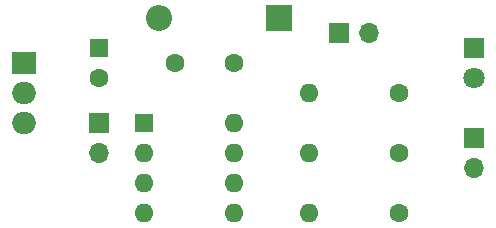
<source format=gtl>
G04 #@! TF.GenerationSoftware,KiCad,Pcbnew,(5.1.9)-1*
G04 #@! TF.CreationDate,2021-04-22T01:37:42+01:00*
G04 #@! TF.ProjectId,remote,72656d6f-7465-42e6-9b69-6361645f7063,rev?*
G04 #@! TF.SameCoordinates,Original*
G04 #@! TF.FileFunction,Copper,L1,Top*
G04 #@! TF.FilePolarity,Positive*
%FSLAX46Y46*%
G04 Gerber Fmt 4.6, Leading zero omitted, Abs format (unit mm)*
G04 Created by KiCad (PCBNEW (5.1.9)-1) date 2021-04-22 01:37:42*
%MOMM*%
%LPD*%
G01*
G04 APERTURE LIST*
G04 #@! TA.AperFunction,ComponentPad*
%ADD10O,1.600000X1.600000*%
G04 #@! TD*
G04 #@! TA.AperFunction,ComponentPad*
%ADD11C,1.600000*%
G04 #@! TD*
G04 #@! TA.AperFunction,ComponentPad*
%ADD12O,1.700000X1.700000*%
G04 #@! TD*
G04 #@! TA.AperFunction,ComponentPad*
%ADD13R,1.700000X1.700000*%
G04 #@! TD*
G04 #@! TA.AperFunction,ComponentPad*
%ADD14R,1.600000X1.600000*%
G04 #@! TD*
G04 #@! TA.AperFunction,ComponentPad*
%ADD15O,2.000000X1.905000*%
G04 #@! TD*
G04 #@! TA.AperFunction,ComponentPad*
%ADD16R,2.000000X1.905000*%
G04 #@! TD*
G04 #@! TA.AperFunction,ComponentPad*
%ADD17O,2.200000X2.200000*%
G04 #@! TD*
G04 #@! TA.AperFunction,ComponentPad*
%ADD18R,2.200000X2.200000*%
G04 #@! TD*
G04 #@! TA.AperFunction,ComponentPad*
%ADD19C,1.800000*%
G04 #@! TD*
G04 #@! TA.AperFunction,ComponentPad*
%ADD20R,1.800000X1.800000*%
G04 #@! TD*
G04 APERTURE END LIST*
D10*
X48260000Y-31750000D03*
D11*
X55880000Y-31750000D03*
D12*
X30480000Y-36830000D03*
D13*
X30480000Y-34290000D03*
D11*
X30480000Y-30440000D03*
D14*
X30480000Y-27940000D03*
D15*
X24130000Y-34290000D03*
X24130000Y-31750000D03*
D16*
X24130000Y-29210000D03*
D17*
X35560000Y-25400000D03*
D18*
X45720000Y-25400000D03*
D11*
X36910000Y-29210000D03*
X41910000Y-29210000D03*
D12*
X62230000Y-38100000D03*
D13*
X62230000Y-35560000D03*
D10*
X41910000Y-34290000D03*
X34290000Y-41910000D03*
X41910000Y-36830000D03*
X34290000Y-39370000D03*
X41910000Y-39370000D03*
X34290000Y-36830000D03*
X41910000Y-41910000D03*
D14*
X34290000Y-34290000D03*
D12*
X53340000Y-26670000D03*
D13*
X50800000Y-26670000D03*
D10*
X48260000Y-41910000D03*
D11*
X55880000Y-41910000D03*
D10*
X48260000Y-36830000D03*
D11*
X55880000Y-36830000D03*
D19*
X62230000Y-30480000D03*
D20*
X62230000Y-27940000D03*
M02*

</source>
